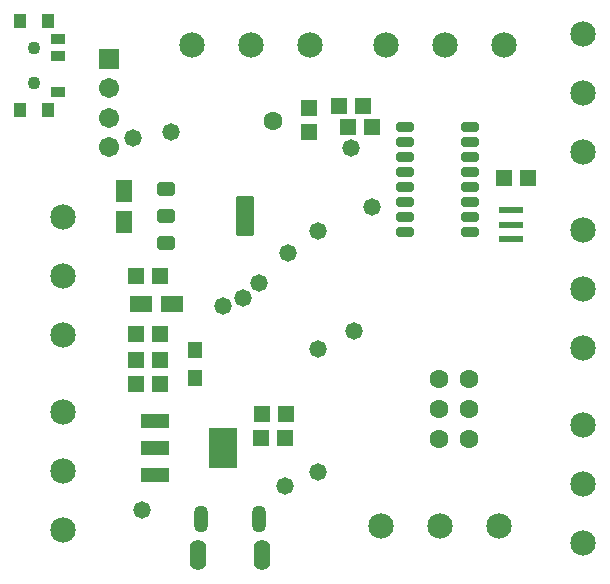
<source format=gbs>
G04*
G04 #@! TF.GenerationSoftware,Altium Limited,Altium Designer,23.3.1 (30)*
G04*
G04 Layer_Color=16711935*
%FSLAX25Y25*%
%MOIN*%
G70*
G04*
G04 #@! TF.SameCoordinates,C0566122-47CB-4EAD-8267-09603FDD0119*
G04*
G04*
G04 #@! TF.FilePolarity,Negative*
G04*
G01*
G75*
%ADD17R,0.05288X0.05800*%
%ADD19R,0.08280X0.02375*%
%ADD20R,0.05800X0.05288*%
%ADD30C,0.04343*%
%ADD31C,0.06737*%
%ADD32R,0.06737X0.06737*%
%ADD33C,0.08477*%
%ADD34C,0.06312*%
%ADD35O,0.05524X0.10249*%
%ADD36C,0.05800*%
%ADD73R,0.05131X0.03556*%
%ADD74R,0.03950X0.04737*%
%ADD75R,0.09265X0.13595*%
%ADD76R,0.09265X0.04540*%
%ADD77R,0.05118X0.05709*%
G04:AMPARAMS|DCode=78|XSize=44.61mil|YSize=59.58mil|CornerRadius=6.75mil|HoleSize=0mil|Usage=FLASHONLY|Rotation=90.000|XOffset=0mil|YOffset=0mil|HoleType=Round|Shape=RoundedRectangle|*
%AMROUNDEDRECTD78*
21,1,0.04461,0.04608,0,0,90.0*
21,1,0.03112,0.05958,0,0,90.0*
1,1,0.01349,0.02304,0.01556*
1,1,0.01349,0.02304,-0.01556*
1,1,0.01349,-0.02304,-0.01556*
1,1,0.01349,-0.02304,0.01556*
%
%ADD78ROUNDEDRECTD78*%
G04:AMPARAMS|DCode=79|XSize=135.56mil|YSize=59.58mil|CornerRadius=7.87mil|HoleSize=0mil|Usage=FLASHONLY|Rotation=90.000|XOffset=0mil|YOffset=0mil|HoleType=Round|Shape=RoundedRectangle|*
%AMROUNDEDRECTD79*
21,1,0.13556,0.04384,0,0,90.0*
21,1,0.11982,0.05958,0,0,90.0*
1,1,0.01574,0.02192,0.05991*
1,1,0.01574,0.02192,-0.05991*
1,1,0.01574,-0.02192,-0.05991*
1,1,0.01574,-0.02192,0.05991*
%
%ADD79ROUNDEDRECTD79*%
G04:AMPARAMS|DCode=80|XSize=59.58mil|YSize=32.41mil|CornerRadius=7.05mil|HoleSize=0mil|Usage=FLASHONLY|Rotation=180.000|XOffset=0mil|YOffset=0mil|HoleType=Round|Shape=RoundedRectangle|*
%AMROUNDEDRECTD80*
21,1,0.05958,0.01831,0,0,180.0*
21,1,0.04547,0.03241,0,0,180.0*
1,1,0.01410,-0.02274,0.00915*
1,1,0.01410,0.02274,0.00915*
1,1,0.01410,0.02274,-0.00915*
1,1,0.01410,-0.02274,-0.00915*
%
%ADD80ROUNDEDRECTD80*%
%ADD81O,0.04934X0.09068*%
%ADD82R,0.07650X0.05642*%
%ADD83R,0.05642X0.07650*%
D17*
X218000Y180000D02*
D03*
X225992D02*
D03*
Y188000D02*
D03*
X218000D02*
D03*
X288504Y265500D02*
D03*
X296496D02*
D03*
X259504Y162000D02*
D03*
X267496D02*
D03*
X259939Y170000D02*
D03*
X267931D02*
D03*
X293492Y272500D02*
D03*
X285500D02*
D03*
X348492Y248500D02*
D03*
X340500D02*
D03*
X226000Y216000D02*
D03*
X218008D02*
D03*
X218000Y196500D02*
D03*
X225992D02*
D03*
D19*
X343000Y233000D02*
D03*
Y237724D02*
D03*
Y228276D02*
D03*
D20*
X275626Y271996D02*
D03*
Y264004D02*
D03*
D30*
X183929Y280236D02*
D03*
Y292047D02*
D03*
D31*
X208933Y258736D02*
D03*
Y268579D02*
D03*
Y278421D02*
D03*
D32*
Y288264D02*
D03*
D33*
X299500Y132500D02*
D03*
X319185D02*
D03*
X338870D02*
D03*
X367000Y126815D02*
D03*
Y146500D02*
D03*
Y166185D02*
D03*
Y191815D02*
D03*
Y211500D02*
D03*
Y231185D02*
D03*
Y257315D02*
D03*
Y277000D02*
D03*
Y296685D02*
D03*
X340685Y293000D02*
D03*
X321000D02*
D03*
X301315D02*
D03*
X276000D02*
D03*
X256315D02*
D03*
X236630D02*
D03*
X193500Y235685D02*
D03*
Y216000D02*
D03*
Y196315D02*
D03*
Y170500D02*
D03*
Y150815D02*
D03*
Y131130D02*
D03*
D34*
X263500Y267500D02*
D03*
X319000Y161500D02*
D03*
X329000D02*
D03*
Y171500D02*
D03*
X319000D02*
D03*
X329000Y181500D02*
D03*
X319000D02*
D03*
D35*
X259939Y122984D02*
D03*
X238482D02*
D03*
D36*
X247000Y206000D02*
D03*
X253500Y208500D02*
D03*
X289500Y258500D02*
D03*
X217000Y262000D02*
D03*
X229500Y264000D02*
D03*
X259000Y213500D02*
D03*
X220000Y138000D02*
D03*
X278500Y191500D02*
D03*
X290500Y197500D02*
D03*
X268500Y223500D02*
D03*
X296500Y239000D02*
D03*
X278500Y231000D02*
D03*
Y150500D02*
D03*
X267500Y146000D02*
D03*
D73*
X192000Y277284D02*
D03*
Y289094D02*
D03*
Y295000D02*
D03*
D74*
X188457Y271378D02*
D03*
X179402D02*
D03*
X188457Y300905D02*
D03*
X179402D02*
D03*
D75*
X247000Y158500D02*
D03*
D76*
X224165Y167555D02*
D03*
Y158500D02*
D03*
Y149445D02*
D03*
D77*
X237500Y181874D02*
D03*
Y191126D02*
D03*
D78*
X228000Y227000D02*
D03*
Y236016D02*
D03*
Y245032D02*
D03*
D79*
X254338Y236016D02*
D03*
D80*
X307673Y265500D02*
D03*
Y260500D02*
D03*
X329327Y230500D02*
D03*
X307673Y235500D02*
D03*
X329327D02*
D03*
Y245500D02*
D03*
X307673Y230500D02*
D03*
X329327Y240500D02*
D03*
X307673D02*
D03*
Y245500D02*
D03*
Y255500D02*
D03*
X329327Y250500D02*
D03*
Y255500D02*
D03*
Y265500D02*
D03*
X307673Y250500D02*
D03*
X329327Y260500D02*
D03*
D81*
X258758Y134913D02*
D03*
X239663D02*
D03*
D82*
X219449Y206500D02*
D03*
X230000D02*
D03*
D83*
X214000Y244276D02*
D03*
Y233724D02*
D03*
M02*

</source>
